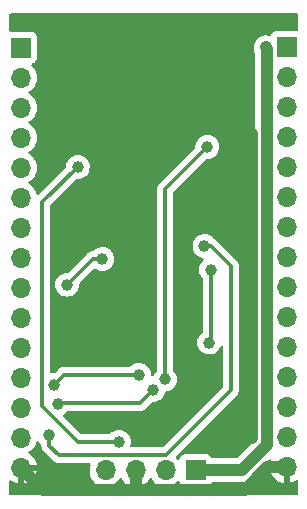
<source format=gbr>
%TF.GenerationSoftware,KiCad,Pcbnew,(6.0.0)*%
%TF.CreationDate,2022-05-02T13:28:23+02:00*%
%TF.ProjectId,STM8_Breakout-board,53544d38-5f42-4726-9561-6b6f75742d62,rev?*%
%TF.SameCoordinates,PX7e5ca20PY62fdcc0*%
%TF.FileFunction,Copper,L2,Bot*%
%TF.FilePolarity,Positive*%
%FSLAX46Y46*%
G04 Gerber Fmt 4.6, Leading zero omitted, Abs format (unit mm)*
G04 Created by KiCad (PCBNEW (6.0.0)) date 2022-05-02 13:28:23*
%MOMM*%
%LPD*%
G01*
G04 APERTURE LIST*
%TA.AperFunction,ComponentPad*%
%ADD10R,1.700000X1.700000*%
%TD*%
%TA.AperFunction,ComponentPad*%
%ADD11O,1.700000X1.700000*%
%TD*%
%TA.AperFunction,ViaPad*%
%ADD12C,1.000000*%
%TD*%
%TA.AperFunction,Conductor*%
%ADD13C,0.300000*%
%TD*%
%TA.AperFunction,Conductor*%
%ADD14C,1.000000*%
%TD*%
G04 APERTURE END LIST*
D10*
%TO.P,J1,1,Pin_1*%
%TO.N,+3V3*%
X24000000Y38420000D03*
D11*
%TO.P,J1,2,Pin_2*%
%TO.N,PC5*%
X24000000Y35880000D03*
%TO.P,J1,3,Pin_3*%
%TO.N,PC4*%
X24000000Y33340000D03*
%TO.P,J1,4,Pin_4*%
%TO.N,PC3*%
X24000000Y30800000D03*
%TO.P,J1,5,Pin_5*%
%TO.N,PC2*%
X24000000Y28260000D03*
%TO.P,J1,6,Pin_6*%
%TO.N,PC1*%
X24000000Y25720000D03*
%TO.P,J1,7,Pin_7*%
%TO.N,PB0*%
X24000000Y23180000D03*
%TO.P,J1,8,Pin_8*%
%TO.N,PB1*%
X24000000Y20640000D03*
%TO.P,J1,9,Pin_9*%
%TO.N,PB2*%
X24000000Y18100000D03*
%TO.P,J1,10,Pin_10*%
%TO.N,PB3*%
X24000000Y15560000D03*
%TO.P,J1,11,Pin_11*%
%TO.N,PB4*%
X24000000Y13020000D03*
%TO.P,J1,12,Pin_12*%
%TO.N,PB5*%
X24000000Y10480000D03*
%TO.P,J1,13,Pin_13*%
%TO.N,PB6*%
X24000000Y7940000D03*
%TO.P,J1,14,Pin_14*%
%TO.N,PB7*%
X24000000Y5400000D03*
%TO.P,J1,15,Pin_15*%
%TO.N,GND*%
X24000000Y2860000D03*
%TD*%
D10*
%TO.P,J2,1,Pin_1*%
%TO.N,+3V3*%
X16300000Y2600000D03*
D11*
%TO.P,J2,2,Pin_2*%
%TO.N,SWIM*%
X13760000Y2600000D03*
%TO.P,J2,3,Pin_3*%
%TO.N,GND*%
X11220000Y2600000D03*
%TO.P,J2,4,Pin_4*%
%TO.N,NRST*%
X8680000Y2600000D03*
%TD*%
D10*
%TO.P,J3,1,Pin_1*%
%TO.N,+5V*%
X1500000Y38400000D03*
D11*
%TO.P,J3,2,Pin_2*%
%TO.N,PC6*%
X1500000Y35860000D03*
%TO.P,J3,3,Pin_3*%
%TO.N,PC7*%
X1500000Y33320000D03*
%TO.P,J3,4,Pin_4*%
%TO.N,PD0*%
X1500000Y30780000D03*
%TO.P,J3,5,Pin_5*%
%TO.N,PD2*%
X1500000Y28240000D03*
%TO.P,J3,6,Pin_6*%
%TO.N,PD3*%
X1500000Y25700000D03*
%TO.P,J3,7,Pin_7*%
%TO.N,PD4*%
X1500000Y23160000D03*
%TO.P,J3,8,Pin_8*%
%TO.N,PD5*%
X1500000Y20620000D03*
%TO.P,J3,9,Pin_9*%
%TO.N,PD6*%
X1500000Y18080000D03*
%TO.P,J3,10,Pin_10*%
%TO.N,PD7*%
X1500000Y15540000D03*
%TO.P,J3,11,Pin_11*%
%TO.N,XTAL_A*%
X1500000Y13000000D03*
%TO.P,J3,12,Pin_12*%
%TO.N,XTAL_B*%
X1500000Y10460000D03*
%TO.P,J3,13,Pin_13*%
%TO.N,PE5*%
X1500000Y7920000D03*
%TO.P,J3,14,Pin_14*%
%TO.N,PF4*%
X1500000Y5380000D03*
%TO.P,J3,15,Pin_15*%
%TO.N,GND*%
X1500000Y2840000D03*
%TD*%
D12*
%TO.N,GND*%
X21050978Y5425978D03*
X10400000Y33900000D03*
X22600000Y40600000D03*
X5337500Y16562500D03*
X11900000Y34000000D03*
X8525000Y16975000D03*
%TO.N,XTAL_A*%
X5425000Y18325000D03*
X8400000Y20500000D03*
%TO.N,XTAL_B*%
X4271494Y9828506D03*
X11500000Y10700000D03*
%TO.N,+3V3*%
X17450000Y13425000D03*
X22220000Y38420000D03*
X17600000Y19600000D03*
%TO.N,SWIM*%
X6325000Y28275000D03*
X9800000Y5000000D03*
%TO.N,PE5*%
X13700000Y10300000D03*
X17300000Y30000000D03*
X4662500Y8262500D03*
X12700000Y9400000D03*
%TO.N,PF4*%
X17050000Y21600000D03*
X3850000Y5600000D03*
%TD*%
D13*
%TO.N,GND*%
X21200000Y39200000D02*
X13000000Y39200000D01*
X5750000Y16975000D02*
X8525000Y16975000D01*
X5337500Y16562500D02*
X5750000Y16975000D01*
D14*
X1500000Y2840000D02*
X3389511Y950489D01*
X3389511Y950489D02*
X11050489Y950489D01*
D13*
X5637000Y16937000D02*
X5300000Y16600000D01*
D14*
X11900000Y34000000D02*
X13000000Y32900000D01*
X24000000Y2860000D02*
X22360000Y2860000D01*
X11050489Y950489D02*
X12869511Y950489D01*
X13000000Y32900000D02*
X19200000Y32900000D01*
X19200000Y32900000D02*
X21050978Y31049022D01*
D13*
X10400000Y36600000D02*
X10400000Y33900000D01*
D14*
X22360000Y2860000D02*
X20450489Y950489D01*
D13*
X22600000Y40600000D02*
X21200000Y39200000D01*
X13000000Y39200000D02*
X10400000Y36600000D01*
D14*
X11220000Y1120000D02*
X11220000Y2600000D01*
X20450489Y950489D02*
X12869511Y950489D01*
X21050978Y31049022D02*
X21050978Y5350978D01*
X11050489Y950489D02*
X11220000Y1120000D01*
D13*
%TO.N,XTAL_A*%
X7600000Y20500000D02*
X5425000Y18325000D01*
X8400000Y20500000D02*
X7600000Y20500000D01*
%TO.N,XTAL_B*%
X11500000Y10700000D02*
X5142987Y10700000D01*
X5142987Y10700000D02*
X4271494Y9828506D01*
D14*
%TO.N,+3V3*%
X22350489Y29949511D02*
X22350489Y38289511D01*
X22350498Y4750498D02*
X22350498Y29949502D01*
X20200000Y2600000D02*
X22350498Y4750498D01*
D13*
X17600000Y13700000D02*
X17450000Y13550000D01*
D14*
X16300000Y2600000D02*
X20200000Y2600000D01*
X22350489Y38289511D02*
X22220000Y38420000D01*
D13*
X17600000Y19600000D02*
X17600000Y13700000D01*
D14*
X22350498Y29949502D02*
X22350489Y29949511D01*
D13*
%TO.N,SWIM*%
X3300000Y25300000D02*
X3300000Y8057202D01*
X6357202Y5000000D02*
X9800000Y5000000D01*
X6300000Y28300000D02*
X3300000Y25300000D01*
X3300000Y8057202D02*
X6357202Y5000000D01*
%TO.N,PE5*%
X11600000Y8300000D02*
X4700000Y8300000D01*
X12700000Y9400000D02*
X11600000Y8300000D01*
X13700000Y26400000D02*
X13700000Y10300000D01*
X17300000Y30000000D02*
X13700000Y26400000D01*
%TO.N,PF4*%
X17050000Y21600000D02*
X17600000Y21600000D01*
X17600000Y21600000D02*
X19300000Y19900000D01*
X3900000Y4700000D02*
X3900000Y5600000D01*
X19300000Y9400000D02*
X16600000Y6700000D01*
X13799511Y3899511D02*
X4700489Y3899511D01*
X19300000Y19900000D02*
X19300000Y9400000D01*
X4700489Y3899511D02*
X3900000Y4700000D01*
X16600000Y6700000D02*
X13799511Y3899511D01*
%TD*%
%TA.AperFunction,Conductor*%
%TO.N,GND*%
G36*
X2973395Y5060983D02*
G01*
X3018727Y5025129D01*
X3121035Y4896047D01*
X3125728Y4892053D01*
X3125729Y4892052D01*
X3195625Y4832566D01*
X3234538Y4773183D01*
X3239900Y4740570D01*
X3241438Y4691631D01*
X3241500Y4687673D01*
X3241500Y4658568D01*
X3242056Y4654168D01*
X3242988Y4642336D01*
X3244438Y4596169D01*
X3250031Y4576920D01*
X3250419Y4575584D01*
X3254430Y4556218D01*
X3257118Y4534936D01*
X3260034Y4527571D01*
X3260035Y4527567D01*
X3274126Y4491979D01*
X3277965Y4480769D01*
X3290855Y4436400D01*
X3301775Y4417935D01*
X3310466Y4400195D01*
X3318365Y4380244D01*
X3345516Y4342874D01*
X3352033Y4332952D01*
X3371507Y4300023D01*
X3371510Y4300019D01*
X3375547Y4293193D01*
X3390711Y4278029D01*
X3403551Y4262996D01*
X3416159Y4245643D01*
X3446883Y4220226D01*
X3451747Y4216202D01*
X3460527Y4208213D01*
X4176834Y3491907D01*
X4184824Y3483126D01*
X4189073Y3476431D01*
X4194851Y3471005D01*
X4194852Y3471004D01*
X4240762Y3427892D01*
X4243604Y3425137D01*
X4264156Y3404585D01*
X4267290Y3402154D01*
X4267652Y3401873D01*
X4276680Y3394163D01*
X4310356Y3362539D01*
X4317307Y3358718D01*
X4317308Y3358717D01*
X4329144Y3352210D01*
X4345673Y3341353D01*
X4356358Y3333064D01*
X4356360Y3333063D01*
X4362620Y3328207D01*
X4405033Y3309854D01*
X4415670Y3304643D01*
X4456152Y3282387D01*
X4463831Y3280415D01*
X4463832Y3280415D01*
X4476923Y3277054D01*
X4495625Y3270652D01*
X4515312Y3262132D01*
X4523141Y3260892D01*
X4560937Y3254906D01*
X4572563Y3252498D01*
X4609624Y3242982D01*
X4609625Y3242982D01*
X4617301Y3241011D01*
X4638747Y3241011D01*
X4658457Y3239460D01*
X4679640Y3236105D01*
X4725624Y3240452D01*
X4737483Y3241011D01*
X7283187Y3241011D01*
X7351308Y3221009D01*
X7397801Y3167353D01*
X7407905Y3097079D01*
X7401885Y3073274D01*
X7400688Y3070695D01*
X7340989Y2855430D01*
X7317251Y2633305D01*
X7317548Y2628152D01*
X7317548Y2628149D01*
X7327951Y2447725D01*
X7330110Y2410285D01*
X7331247Y2405239D01*
X7331248Y2405233D01*
X7347362Y2333733D01*
X7379222Y2192361D01*
X7463266Y1985384D01*
X7465965Y1980980D01*
X7577291Y1799312D01*
X7579987Y1794912D01*
X7726250Y1626062D01*
X7898126Y1483368D01*
X8091000Y1370662D01*
X8299692Y1290970D01*
X8304760Y1289939D01*
X8304763Y1289938D01*
X8399862Y1270590D01*
X8518597Y1246433D01*
X8523772Y1246243D01*
X8523774Y1246243D01*
X8736673Y1238436D01*
X8736677Y1238436D01*
X8741837Y1238247D01*
X8746957Y1238903D01*
X8746959Y1238903D01*
X8958288Y1265975D01*
X8958289Y1265975D01*
X8963416Y1266632D01*
X8968366Y1268117D01*
X9172429Y1329339D01*
X9172434Y1329341D01*
X9177384Y1330826D01*
X9377994Y1429104D01*
X9559860Y1558827D01*
X9570881Y1569809D01*
X9667386Y1665978D01*
X9718096Y1716511D01*
X9735815Y1741169D01*
X9848453Y1897923D01*
X9849640Y1897070D01*
X9896960Y1940638D01*
X9966897Y1952855D01*
X10032338Y1925322D01*
X10060166Y1893489D01*
X10117694Y1799612D01*
X10123777Y1791301D01*
X10263213Y1630333D01*
X10270580Y1623117D01*
X10434434Y1487084D01*
X10442881Y1481169D01*
X10626756Y1373721D01*
X10636042Y1369271D01*
X10835001Y1293297D01*
X10844899Y1290421D01*
X10948250Y1269394D01*
X10962299Y1270590D01*
X10966000Y1280935D01*
X10966000Y2728000D01*
X10986002Y2796121D01*
X11039658Y2842614D01*
X11092000Y2854000D01*
X11348000Y2854000D01*
X11416121Y2833998D01*
X11462614Y2780342D01*
X11474000Y2728000D01*
X11474000Y1281483D01*
X11478064Y1267641D01*
X11491478Y1265607D01*
X11498184Y1266466D01*
X11508262Y1268608D01*
X11712255Y1329809D01*
X11721842Y1333567D01*
X11913095Y1427261D01*
X11921945Y1432536D01*
X12095328Y1556208D01*
X12103200Y1562861D01*
X12254052Y1713188D01*
X12260730Y1721035D01*
X12388022Y1898181D01*
X12389279Y1897278D01*
X12436373Y1940638D01*
X12506311Y1952855D01*
X12571751Y1925322D01*
X12599579Y1893489D01*
X12659987Y1794912D01*
X12806250Y1626062D01*
X12978126Y1483368D01*
X13171000Y1370662D01*
X13379692Y1290970D01*
X13384760Y1289939D01*
X13384763Y1289938D01*
X13479862Y1270590D01*
X13598597Y1246433D01*
X13603772Y1246243D01*
X13603774Y1246243D01*
X13816673Y1238436D01*
X13816677Y1238436D01*
X13821837Y1238247D01*
X13826957Y1238903D01*
X13826959Y1238903D01*
X14038288Y1265975D01*
X14038289Y1265975D01*
X14043416Y1266632D01*
X14048366Y1268117D01*
X14252429Y1329339D01*
X14252434Y1329341D01*
X14257384Y1330826D01*
X14457994Y1429104D01*
X14639860Y1558827D01*
X14748091Y1666681D01*
X14810462Y1700596D01*
X14881268Y1695408D01*
X14938030Y1652762D01*
X14955012Y1621659D01*
X14968127Y1586676D01*
X14999385Y1503295D01*
X15086739Y1386739D01*
X15203295Y1299385D01*
X15339684Y1248255D01*
X15401866Y1241500D01*
X17198134Y1241500D01*
X17260316Y1248255D01*
X17396705Y1299385D01*
X17513261Y1386739D01*
X17600615Y1503295D01*
X17603767Y1511704D01*
X17608077Y1519575D01*
X17609741Y1518664D01*
X17645663Y1566490D01*
X17712224Y1591193D01*
X17721009Y1591500D01*
X20138157Y1591500D01*
X20151764Y1590763D01*
X20183262Y1587341D01*
X20183267Y1587341D01*
X20189388Y1586676D01*
X20215638Y1588973D01*
X20239388Y1591050D01*
X20244214Y1591379D01*
X20246686Y1591500D01*
X20249769Y1591500D01*
X20261738Y1592674D01*
X20292506Y1595690D01*
X20293819Y1595812D01*
X20338084Y1599685D01*
X20386413Y1603913D01*
X20391532Y1605400D01*
X20396833Y1605920D01*
X20485834Y1632791D01*
X20486967Y1633126D01*
X20570414Y1657370D01*
X20570418Y1657372D01*
X20576336Y1659091D01*
X20581068Y1661544D01*
X20586169Y1663084D01*
X20603946Y1672536D01*
X20668260Y1706731D01*
X20669426Y1707343D01*
X20746453Y1747271D01*
X20751926Y1750108D01*
X20756089Y1753431D01*
X20760796Y1755934D01*
X20832918Y1814755D01*
X20833774Y1815446D01*
X20872973Y1846738D01*
X20875477Y1849242D01*
X20876195Y1849884D01*
X20880528Y1853585D01*
X20914062Y1880935D01*
X20943288Y1916263D01*
X20951277Y1925042D01*
X21618269Y2592034D01*
X22668257Y2592034D01*
X22698565Y2457554D01*
X22701645Y2447725D01*
X22781770Y2250397D01*
X22786413Y2241206D01*
X22897694Y2059612D01*
X22903777Y2051301D01*
X23043213Y1890333D01*
X23050580Y1883117D01*
X23214434Y1747084D01*
X23222881Y1741169D01*
X23406756Y1633721D01*
X23416042Y1629271D01*
X23615001Y1553297D01*
X23624899Y1550421D01*
X23728250Y1529394D01*
X23742299Y1530590D01*
X23746000Y1540935D01*
X23746000Y2587885D01*
X23741525Y2603124D01*
X23740135Y2604329D01*
X23732452Y2606000D01*
X22683225Y2606000D01*
X22669694Y2602027D01*
X22668257Y2592034D01*
X21618269Y2592034D01*
X22534127Y3507892D01*
X22596439Y3541918D01*
X22667254Y3536853D01*
X22724090Y3494306D01*
X22748901Y3427786D01*
X22737509Y3365746D01*
X22723340Y3335223D01*
X22719775Y3325530D01*
X22664389Y3125817D01*
X22665912Y3117393D01*
X22678292Y3114000D01*
X24128000Y3114000D01*
X24196121Y3093998D01*
X24242614Y3040342D01*
X24254000Y2988000D01*
X24254000Y1541483D01*
X24258064Y1527641D01*
X24271478Y1525607D01*
X24278184Y1526466D01*
X24288262Y1528608D01*
X24492255Y1589809D01*
X24501842Y1593567D01*
X24693095Y1687261D01*
X24701945Y1692536D01*
X24792832Y1757365D01*
X24859905Y1780639D01*
X24928914Y1763955D01*
X24977948Y1712611D01*
X24992000Y1654786D01*
X24992000Y634000D01*
X24971998Y565879D01*
X24918342Y519386D01*
X24866000Y508000D01*
X634000Y508000D01*
X565879Y528002D01*
X519386Y581658D01*
X508000Y634000D01*
X508000Y1630097D01*
X528002Y1698218D01*
X581658Y1744711D01*
X651932Y1754815D01*
X709610Y1729205D01*
X710200Y1730048D01*
X722881Y1721169D01*
X906756Y1613721D01*
X916042Y1609271D01*
X1115001Y1533297D01*
X1124899Y1530421D01*
X1228250Y1509394D01*
X1242299Y1510590D01*
X1246000Y1520935D01*
X1246000Y1521483D01*
X1754000Y1521483D01*
X1758064Y1507641D01*
X1771478Y1505607D01*
X1778184Y1506466D01*
X1788262Y1508608D01*
X1992255Y1569809D01*
X2001842Y1573567D01*
X2193095Y1667261D01*
X2201945Y1672536D01*
X2375328Y1796208D01*
X2383200Y1802861D01*
X2534052Y1953188D01*
X2540730Y1961035D01*
X2665003Y2133980D01*
X2670313Y2142817D01*
X2764670Y2333733D01*
X2768469Y2343328D01*
X2830377Y2547090D01*
X2832555Y2557163D01*
X2833986Y2568038D01*
X2831775Y2582222D01*
X2818617Y2586000D01*
X1772115Y2586000D01*
X1756876Y2581525D01*
X1755671Y2580135D01*
X1754000Y2572452D01*
X1754000Y1521483D01*
X1246000Y1521483D01*
X1246000Y2968000D01*
X1266002Y3036121D01*
X1319658Y3082614D01*
X1372000Y3094000D01*
X2818344Y3094000D01*
X2831875Y3097973D01*
X2833180Y3107053D01*
X2791214Y3274125D01*
X2787894Y3283876D01*
X2702972Y3479186D01*
X2698105Y3488261D01*
X2582426Y3667074D01*
X2576136Y3675243D01*
X2432806Y3832760D01*
X2425273Y3839785D01*
X2258139Y3971778D01*
X2249556Y3977480D01*
X2212602Y3997880D01*
X2162631Y4048313D01*
X2147859Y4117755D01*
X2172975Y4184161D01*
X2200327Y4210768D01*
X2258212Y4252057D01*
X2379860Y4338827D01*
X2538096Y4496511D01*
X2668453Y4677923D01*
X2680325Y4701943D01*
X2765136Y4873547D01*
X2765137Y4873549D01*
X2767430Y4878189D01*
X2796913Y4975229D01*
X2799424Y4983493D01*
X2838365Y5042857D01*
X2903219Y5071744D01*
X2973395Y5060983D01*
G37*
%TD.AperFunction*%
%TA.AperFunction,Conductor*%
G36*
X24934121Y41271998D02*
G01*
X24980614Y41218342D01*
X24992000Y41166000D01*
X24992000Y39904500D01*
X24971998Y39836379D01*
X24918342Y39789886D01*
X24866000Y39778500D01*
X23101866Y39778500D01*
X23039684Y39771745D01*
X22903295Y39720615D01*
X22786739Y39633261D01*
X22699385Y39516705D01*
X22696233Y39508296D01*
X22696232Y39508295D01*
X22677508Y39458349D01*
X22634867Y39401584D01*
X22568305Y39376884D01*
X22522680Y39382087D01*
X22516970Y39383832D01*
X22516584Y39383951D01*
X22429386Y39410943D01*
X22423768Y39412682D01*
X22422000Y39412868D01*
X22420302Y39413387D01*
X22323804Y39423189D01*
X22323540Y39423216D01*
X22227075Y39433355D01*
X22225308Y39433194D01*
X22223538Y39433374D01*
X22217656Y39432818D01*
X22217655Y39432818D01*
X22126822Y39424232D01*
X22126385Y39424192D01*
X22081269Y39420086D01*
X22030112Y39415430D01*
X22028407Y39414928D01*
X22026638Y39414761D01*
X22020989Y39413077D01*
X22020984Y39413076D01*
X21933728Y39387064D01*
X21933307Y39386939D01*
X21840381Y39359590D01*
X21838805Y39358766D01*
X21837104Y39358259D01*
X21831894Y39355512D01*
X21797711Y39337489D01*
X21751252Y39312994D01*
X21665110Y39267960D01*
X21663725Y39266846D01*
X21662154Y39266018D01*
X21657572Y39262308D01*
X21657568Y39262305D01*
X21586918Y39205093D01*
X21586576Y39204817D01*
X21515591Y39147744D01*
X21515588Y39147741D01*
X21510975Y39144032D01*
X21509832Y39142669D01*
X21508453Y39141553D01*
X21504663Y39137004D01*
X21446525Y39067225D01*
X21446243Y39066888D01*
X21383846Y38992526D01*
X21382988Y38990965D01*
X21381854Y38989604D01*
X21379037Y38984437D01*
X21379034Y38984433D01*
X21335442Y38904481D01*
X21335375Y38904358D01*
X21288567Y38819213D01*
X21288031Y38817524D01*
X21287178Y38815959D01*
X21258074Y38723086D01*
X21228765Y38630694D01*
X21228567Y38628930D01*
X21228035Y38627232D01*
X21217541Y38530627D01*
X21206719Y38434149D01*
X21206868Y38432377D01*
X21206676Y38430612D01*
X21215134Y38333929D01*
X21223268Y38237066D01*
X21223758Y38235356D01*
X21223913Y38233587D01*
X21250996Y38140366D01*
X21277783Y38046950D01*
X21278596Y38045368D01*
X21279091Y38043664D01*
X21281799Y38038440D01*
X21323724Y37957558D01*
X21323925Y37957168D01*
X21328055Y37949132D01*
X21341989Y37891537D01*
X21341989Y30011354D01*
X21341252Y29997747D01*
X21338043Y29968201D01*
X21337165Y29960123D01*
X21337702Y29953988D01*
X21341519Y29910355D01*
X21341998Y29899374D01*
X21341998Y5220422D01*
X21321996Y5152301D01*
X21305093Y5131327D01*
X19819171Y3645405D01*
X19756859Y3611379D01*
X19730076Y3608500D01*
X17721009Y3608500D01*
X17652888Y3628502D01*
X17606395Y3682158D01*
X17604097Y3687694D01*
X17603767Y3688297D01*
X17600615Y3696705D01*
X17513261Y3813261D01*
X17396705Y3900615D01*
X17260316Y3951745D01*
X17198134Y3958500D01*
X15401866Y3958500D01*
X15339684Y3951745D01*
X15203295Y3900615D01*
X15086739Y3813261D01*
X14999385Y3696705D01*
X14996233Y3688297D01*
X14954919Y3578093D01*
X14912277Y3521329D01*
X14845716Y3496629D01*
X14776367Y3511837D01*
X14743743Y3537524D01*
X14693151Y3593124D01*
X14693148Y3593127D01*
X14689670Y3596949D01*
X14654758Y3624521D01*
X14613696Y3682439D01*
X14610466Y3753362D01*
X14643757Y3812497D01*
X19707605Y8876345D01*
X19716385Y8884335D01*
X19716387Y8884337D01*
X19723080Y8888584D01*
X19749717Y8916949D01*
X19771604Y8940257D01*
X19774359Y8943099D01*
X19794927Y8963667D01*
X19797647Y8967174D01*
X19805353Y8976196D01*
X19805697Y8976562D01*
X19836972Y9009867D01*
X19840794Y9016819D01*
X19847303Y9028658D01*
X19858157Y9045182D01*
X19866445Y9055868D01*
X19871304Y9062132D01*
X19874877Y9070388D01*
X19889654Y9104535D01*
X19894876Y9115195D01*
X19913305Y9148716D01*
X19913306Y9148718D01*
X19917124Y9155663D01*
X19922459Y9176441D01*
X19928858Y9195131D01*
X19937380Y9214824D01*
X19944606Y9260448D01*
X19947013Y9272071D01*
X19956528Y9309132D01*
X19958500Y9316812D01*
X19958500Y9338259D01*
X19960051Y9357969D01*
X19962166Y9371323D01*
X19963406Y9379152D01*
X19959059Y9425141D01*
X19958500Y9436996D01*
X19958500Y19817944D01*
X19959059Y19829800D01*
X19959059Y19829803D01*
X19960788Y19837537D01*
X19958562Y19908369D01*
X19958500Y19912327D01*
X19958500Y19941432D01*
X19957944Y19945832D01*
X19957012Y19957670D01*
X19955811Y19995906D01*
X19955562Y20003831D01*
X19949580Y20024421D01*
X19945570Y20043784D01*
X19943875Y20057204D01*
X19943875Y20057205D01*
X19942882Y20065064D01*
X19939966Y20072429D01*
X19939965Y20072433D01*
X19925874Y20108021D01*
X19922035Y20119231D01*
X19909145Y20163600D01*
X19898225Y20182065D01*
X19889534Y20199805D01*
X19881635Y20219756D01*
X19854482Y20257129D01*
X19847967Y20267048D01*
X19828493Y20299977D01*
X19828490Y20299981D01*
X19824453Y20306807D01*
X19809289Y20321971D01*
X19796448Y20337005D01*
X19788501Y20347943D01*
X19783841Y20354357D01*
X19748247Y20383803D01*
X19739468Y20391792D01*
X18123655Y22007605D01*
X18115665Y22016385D01*
X18115663Y22016387D01*
X18111416Y22023080D01*
X18089812Y22043368D01*
X18059743Y22071604D01*
X18056901Y22074359D01*
X18036333Y22094927D01*
X18032826Y22097647D01*
X18023804Y22105353D01*
X18012648Y22115829D01*
X17990133Y22136972D01*
X17983181Y22140794D01*
X17971342Y22147303D01*
X17954818Y22158157D01*
X17944132Y22166445D01*
X17937868Y22171304D01*
X17924121Y22177253D01*
X17895472Y22189650D01*
X17884807Y22194875D01*
X17872666Y22201550D01*
X17835727Y22232327D01*
X17772960Y22309286D01*
X17769065Y22314062D01*
X17762724Y22319308D01*
X17621425Y22436201D01*
X17621421Y22436203D01*
X17616675Y22440130D01*
X17442701Y22534198D01*
X17253768Y22592682D01*
X17247643Y22593326D01*
X17247642Y22593326D01*
X17063204Y22612711D01*
X17063202Y22612711D01*
X17057075Y22613355D01*
X16974576Y22605847D01*
X16866251Y22595989D01*
X16866248Y22595988D01*
X16860112Y22595430D01*
X16854206Y22593692D01*
X16854202Y22593691D01*
X16749076Y22562751D01*
X16670381Y22539590D01*
X16664923Y22536737D01*
X16664919Y22536735D01*
X16574147Y22489280D01*
X16495110Y22447960D01*
X16340975Y22324032D01*
X16213846Y22172526D01*
X16210879Y22167128D01*
X16210875Y22167123D01*
X16159772Y22074165D01*
X16118567Y21999213D01*
X16116706Y21993346D01*
X16116705Y21993344D01*
X16063695Y21826235D01*
X16058765Y21810694D01*
X16036719Y21614149D01*
X16037235Y21608005D01*
X16051377Y21439590D01*
X16053268Y21417066D01*
X16107783Y21226950D01*
X16112387Y21217991D01*
X16190721Y21065572D01*
X16198187Y21051044D01*
X16321035Y20896047D01*
X16471650Y20767864D01*
X16644294Y20671376D01*
X16832392Y20610260D01*
X16895794Y20602700D01*
X16961066Y20574773D01*
X17000879Y20515990D01*
X17002591Y20445014D01*
X16965659Y20384379D01*
X16959826Y20379390D01*
X16890975Y20324032D01*
X16763846Y20172526D01*
X16760879Y20167128D01*
X16760875Y20167123D01*
X16693070Y20043784D01*
X16668567Y19999213D01*
X16666706Y19993346D01*
X16666705Y19993344D01*
X16619793Y19845459D01*
X16608765Y19810694D01*
X16586719Y19614149D01*
X16587235Y19608005D01*
X16601832Y19434172D01*
X16603268Y19417066D01*
X16622262Y19350826D01*
X16655907Y19233493D01*
X16657783Y19226950D01*
X16660602Y19221465D01*
X16734874Y19076949D01*
X16748187Y19051044D01*
X16871035Y18896047D01*
X16875729Y18892053D01*
X16875730Y18892051D01*
X16897164Y18873809D01*
X16936076Y18814426D01*
X16941500Y18777856D01*
X16941500Y14370627D01*
X16921498Y14302506D01*
X16894452Y14272431D01*
X16877875Y14259103D01*
X16740975Y14149032D01*
X16613846Y13997526D01*
X16610879Y13992128D01*
X16610875Y13992123D01*
X16575823Y13928362D01*
X16518567Y13824213D01*
X16516706Y13818346D01*
X16516705Y13818344D01*
X16514429Y13811169D01*
X16458765Y13635694D01*
X16436719Y13439149D01*
X16453268Y13242066D01*
X16454967Y13236142D01*
X16494578Y13098002D01*
X16507783Y13051950D01*
X16598187Y12876044D01*
X16721035Y12721047D01*
X16871650Y12592864D01*
X17044294Y12496376D01*
X17232392Y12435260D01*
X17428777Y12411842D01*
X17434912Y12412314D01*
X17434914Y12412314D01*
X17619830Y12426543D01*
X17619834Y12426544D01*
X17625972Y12427016D01*
X17816463Y12480202D01*
X17821967Y12482982D01*
X17821969Y12482983D01*
X17987495Y12566596D01*
X17987497Y12566597D01*
X17992996Y12569375D01*
X18148847Y12691139D01*
X18278078Y12840855D01*
X18375769Y13012821D01*
X18386961Y13046465D01*
X18395942Y13073463D01*
X18436423Y13131787D01*
X18502012Y13158967D01*
X18571882Y13146372D01*
X18623852Y13098002D01*
X18641500Y13033691D01*
X18641500Y9724950D01*
X18621498Y9656829D01*
X18604595Y9635855D01*
X13563656Y4594916D01*
X13501344Y4560890D01*
X13474561Y4558011D01*
X10890555Y4558011D01*
X10822434Y4578013D01*
X10775941Y4631669D01*
X10765837Y4701943D01*
X10770995Y4723776D01*
X10788197Y4775487D01*
X10812985Y4971705D01*
X10813380Y5000000D01*
X10794080Y5196833D01*
X10736916Y5386169D01*
X10644066Y5560796D01*
X10548067Y5678502D01*
X10522960Y5709287D01*
X10522957Y5709290D01*
X10519065Y5714062D01*
X10514316Y5717991D01*
X10371425Y5836201D01*
X10371421Y5836203D01*
X10366675Y5840130D01*
X10192701Y5934198D01*
X10003768Y5992682D01*
X9997643Y5993326D01*
X9997642Y5993326D01*
X9813204Y6012711D01*
X9813202Y6012711D01*
X9807075Y6013355D01*
X9724576Y6005847D01*
X9616251Y5995989D01*
X9616248Y5995988D01*
X9610112Y5995430D01*
X9604206Y5993692D01*
X9604202Y5993691D01*
X9504567Y5964367D01*
X9420381Y5939590D01*
X9414923Y5936737D01*
X9414919Y5936735D01*
X9324147Y5889280D01*
X9245110Y5847960D01*
X9090975Y5724032D01*
X9087013Y5719310D01*
X9073753Y5703508D01*
X9014643Y5664182D01*
X8977232Y5658500D01*
X6682152Y5658500D01*
X6614031Y5678502D01*
X6593057Y5695405D01*
X5113374Y7175088D01*
X5079348Y7237400D01*
X5084413Y7308215D01*
X5126960Y7365051D01*
X5145656Y7376648D01*
X5205496Y7406875D01*
X5361347Y7528639D01*
X5421072Y7597831D01*
X5480725Y7636328D01*
X5516453Y7641500D01*
X11517944Y7641500D01*
X11529800Y7640941D01*
X11529803Y7640941D01*
X11537537Y7639212D01*
X11608369Y7641438D01*
X11612327Y7641500D01*
X11641432Y7641500D01*
X11645832Y7642056D01*
X11657664Y7642988D01*
X11703831Y7644438D01*
X11724421Y7650420D01*
X11743782Y7654430D01*
X11750770Y7655312D01*
X11757204Y7656125D01*
X11757205Y7656125D01*
X11765064Y7657118D01*
X11772429Y7660034D01*
X11772433Y7660035D01*
X11808021Y7674126D01*
X11819231Y7677965D01*
X11863600Y7690855D01*
X11882065Y7701775D01*
X11899805Y7710466D01*
X11919756Y7718365D01*
X11957129Y7745518D01*
X11967048Y7752033D01*
X11999977Y7771507D01*
X11999981Y7771510D01*
X12006807Y7775547D01*
X12021971Y7790711D01*
X12037005Y7803552D01*
X12047943Y7811499D01*
X12054357Y7816159D01*
X12083803Y7851753D01*
X12091792Y7860532D01*
X12581933Y8350673D01*
X12644245Y8384699D01*
X12673211Y8387506D01*
X12678777Y8386842D01*
X12684912Y8387314D01*
X12684915Y8387314D01*
X12869830Y8401543D01*
X12869834Y8401544D01*
X12875972Y8402016D01*
X13066463Y8455202D01*
X13071967Y8457982D01*
X13071969Y8457983D01*
X13237495Y8541596D01*
X13237497Y8541597D01*
X13242996Y8544375D01*
X13398847Y8666139D01*
X13528078Y8815855D01*
X13625769Y8987821D01*
X13688197Y9175487D01*
X13689615Y9186714D01*
X13717995Y9251788D01*
X13777053Y9291191D01*
X13804954Y9296551D01*
X13869829Y9301543D01*
X13869832Y9301544D01*
X13875972Y9302016D01*
X14066463Y9355202D01*
X14071967Y9357982D01*
X14071969Y9357983D01*
X14237495Y9441596D01*
X14237497Y9441597D01*
X14242996Y9444375D01*
X14398847Y9566139D01*
X14516133Y9702016D01*
X14524049Y9711187D01*
X14524050Y9711189D01*
X14528078Y9715855D01*
X14625769Y9887821D01*
X14688197Y10075487D01*
X14712985Y10271705D01*
X14713380Y10300000D01*
X14694080Y10496833D01*
X14636916Y10686169D01*
X14544066Y10860796D01*
X14470726Y10950720D01*
X14422960Y11009287D01*
X14422957Y11009290D01*
X14419065Y11014062D01*
X14409724Y11021790D01*
X14404183Y11026374D01*
X14364446Y11085208D01*
X14358500Y11123457D01*
X14358500Y26075050D01*
X14378502Y26143171D01*
X14395405Y26164145D01*
X17181933Y28950673D01*
X17244245Y28984699D01*
X17273211Y28987506D01*
X17278777Y28986842D01*
X17284912Y28987314D01*
X17284915Y28987314D01*
X17469830Y29001543D01*
X17469834Y29001544D01*
X17475972Y29002016D01*
X17666463Y29055202D01*
X17671967Y29057982D01*
X17671969Y29057983D01*
X17837495Y29141596D01*
X17837497Y29141597D01*
X17842996Y29144375D01*
X17998847Y29266139D01*
X18108776Y29393493D01*
X18124049Y29411187D01*
X18124050Y29411189D01*
X18128078Y29415855D01*
X18225769Y29587821D01*
X18288197Y29775487D01*
X18312985Y29971705D01*
X18313380Y30000000D01*
X18294080Y30196833D01*
X18236916Y30386169D01*
X18144066Y30560796D01*
X18073709Y30647062D01*
X18022960Y30709287D01*
X18022957Y30709290D01*
X18019065Y30714062D01*
X18012724Y30719308D01*
X17871425Y30836201D01*
X17871421Y30836203D01*
X17866675Y30840130D01*
X17692701Y30934198D01*
X17503768Y30992682D01*
X17497643Y30993326D01*
X17497642Y30993326D01*
X17313204Y31012711D01*
X17313202Y31012711D01*
X17307075Y31013355D01*
X17224576Y31005847D01*
X17116251Y30995989D01*
X17116248Y30995988D01*
X17110112Y30995430D01*
X17104206Y30993692D01*
X17104202Y30993691D01*
X16999076Y30962751D01*
X16920381Y30939590D01*
X16914923Y30936737D01*
X16914919Y30936735D01*
X16824147Y30889280D01*
X16745110Y30847960D01*
X16590975Y30724032D01*
X16463846Y30572526D01*
X16460879Y30567128D01*
X16460875Y30567123D01*
X16416815Y30486977D01*
X16368567Y30399213D01*
X16366706Y30393346D01*
X16366705Y30393344D01*
X16331747Y30283143D01*
X16308765Y30210694D01*
X16286719Y30014149D01*
X16287235Y30008005D01*
X16289275Y29983710D01*
X16275043Y29914155D01*
X16252812Y29884072D01*
X13292395Y26923655D01*
X13283615Y26915665D01*
X13283613Y26915663D01*
X13276920Y26911416D01*
X13271494Y26905638D01*
X13271493Y26905637D01*
X13228396Y26859743D01*
X13225641Y26856901D01*
X13205073Y26836333D01*
X13202356Y26832830D01*
X13194648Y26823805D01*
X13163028Y26790133D01*
X13159207Y26783182D01*
X13159206Y26783181D01*
X13152697Y26771342D01*
X13141843Y26754818D01*
X13134018Y26744729D01*
X13128696Y26737868D01*
X13125549Y26730596D01*
X13125548Y26730594D01*
X13110346Y26695465D01*
X13105124Y26684805D01*
X13082876Y26644337D01*
X13077541Y26623559D01*
X13071142Y26604869D01*
X13062620Y26585176D01*
X13061380Y26577345D01*
X13055394Y26539552D01*
X13052987Y26527929D01*
X13041500Y26483188D01*
X13041500Y26461741D01*
X13039949Y26442031D01*
X13036594Y26420848D01*
X13037340Y26412957D01*
X13040941Y26374862D01*
X13041500Y26363004D01*
X13041500Y11125025D01*
X13021498Y11056904D01*
X12999719Y11032683D01*
X13000184Y11032208D01*
X12995782Y11027897D01*
X12990975Y11024032D01*
X12863846Y10872526D01*
X12860879Y10867128D01*
X12860875Y10867123D01*
X12817215Y10787704D01*
X12768567Y10699213D01*
X12766706Y10693346D01*
X12759085Y10669322D01*
X12719421Y10610439D01*
X12654218Y10582346D01*
X12584179Y10593965D01*
X12531539Y10641605D01*
X12513738Y10700035D01*
X12513380Y10700000D01*
X12513205Y10701786D01*
X12513205Y10701787D01*
X12494080Y10896833D01*
X12436916Y11086169D01*
X12344066Y11260796D01*
X12266777Y11355562D01*
X12222960Y11409287D01*
X12222957Y11409290D01*
X12219065Y11414062D01*
X12214316Y11417991D01*
X12071425Y11536201D01*
X12071421Y11536203D01*
X12066675Y11540130D01*
X11892701Y11634198D01*
X11703768Y11692682D01*
X11697643Y11693326D01*
X11697642Y11693326D01*
X11513204Y11712711D01*
X11513202Y11712711D01*
X11507075Y11713355D01*
X11424576Y11705847D01*
X11316251Y11695989D01*
X11316248Y11695988D01*
X11310112Y11695430D01*
X11304206Y11693692D01*
X11304202Y11693691D01*
X11250702Y11677945D01*
X11120381Y11639590D01*
X11114923Y11636737D01*
X11114919Y11636735D01*
X11070462Y11613493D01*
X10945110Y11547960D01*
X10790975Y11424032D01*
X10787013Y11419310D01*
X10773753Y11403508D01*
X10714643Y11364182D01*
X10677232Y11358500D01*
X5225046Y11358500D01*
X5213190Y11359059D01*
X5205450Y11360789D01*
X5197524Y11360540D01*
X5197523Y11360540D01*
X5134598Y11358562D01*
X5130640Y11358500D01*
X5101555Y11358500D01*
X5097624Y11358003D01*
X5097617Y11358003D01*
X5097166Y11357946D01*
X5085330Y11357014D01*
X5039156Y11355562D01*
X5018566Y11349580D01*
X4999205Y11345570D01*
X4992217Y11344688D01*
X4985783Y11343875D01*
X4985782Y11343875D01*
X4977923Y11342882D01*
X4970558Y11339966D01*
X4970554Y11339965D01*
X4934969Y11325876D01*
X4923739Y11322031D01*
X4879386Y11309145D01*
X4872562Y11305109D01*
X4860930Y11298230D01*
X4843174Y11289531D01*
X4823231Y11281635D01*
X4801122Y11265572D01*
X4785855Y11254480D01*
X4775936Y11247965D01*
X4743010Y11228492D01*
X4743006Y11228489D01*
X4736180Y11224452D01*
X4721023Y11209295D01*
X4705990Y11196454D01*
X4688630Y11183841D01*
X4683578Y11177734D01*
X4659180Y11148242D01*
X4651190Y11139462D01*
X4388951Y10877223D01*
X4326639Y10843197D01*
X4290864Y10841237D01*
X4290864Y10841174D01*
X4289845Y10841181D01*
X4286686Y10841008D01*
X4284699Y10841217D01*
X4284696Y10841217D01*
X4278569Y10841861D01*
X4231426Y10837571D01*
X4095919Y10825239D01*
X4026266Y10838984D01*
X3975102Y10888206D01*
X3958500Y10950720D01*
X3958500Y18339149D01*
X4411719Y18339149D01*
X4428268Y18142066D01*
X4482783Y17951950D01*
X4573187Y17776044D01*
X4696035Y17621047D01*
X4846650Y17492864D01*
X5019294Y17396376D01*
X5207392Y17335260D01*
X5403777Y17311842D01*
X5409912Y17312314D01*
X5409914Y17312314D01*
X5594830Y17326543D01*
X5594834Y17326544D01*
X5600972Y17327016D01*
X5791463Y17380202D01*
X5796967Y17382982D01*
X5796969Y17382983D01*
X5962495Y17466596D01*
X5962497Y17466597D01*
X5967996Y17469375D01*
X6123847Y17591139D01*
X6253078Y17740855D01*
X6350769Y17912821D01*
X6413197Y18100487D01*
X6437985Y18296705D01*
X6438380Y18325000D01*
X6436859Y18340512D01*
X6450118Y18410260D01*
X6473163Y18441903D01*
X7059709Y19028449D01*
X7675668Y19644409D01*
X7737980Y19678434D01*
X7808795Y19673370D01*
X7826235Y19665302D01*
X7994294Y19571376D01*
X8182392Y19510260D01*
X8378777Y19486842D01*
X8384912Y19487314D01*
X8384914Y19487314D01*
X8569830Y19501543D01*
X8569834Y19501544D01*
X8575972Y19502016D01*
X8766463Y19555202D01*
X8771967Y19557982D01*
X8771969Y19557983D01*
X8937495Y19641596D01*
X8937497Y19641597D01*
X8942996Y19644375D01*
X9098847Y19766139D01*
X9197486Y19880414D01*
X9224049Y19911187D01*
X9224050Y19911189D01*
X9228078Y19915855D01*
X9325769Y20087821D01*
X9388197Y20275487D01*
X9412985Y20471705D01*
X9413380Y20500000D01*
X9394080Y20696833D01*
X9336916Y20886169D01*
X9244066Y21060796D01*
X9166777Y21155562D01*
X9122960Y21209287D01*
X9122957Y21209290D01*
X9119065Y21214062D01*
X9114316Y21217991D01*
X8971425Y21336201D01*
X8971421Y21336203D01*
X8966675Y21340130D01*
X8792701Y21434198D01*
X8603768Y21492682D01*
X8597643Y21493326D01*
X8597642Y21493326D01*
X8413204Y21512711D01*
X8413202Y21512711D01*
X8407075Y21513355D01*
X8324576Y21505847D01*
X8216251Y21495989D01*
X8216248Y21495988D01*
X8210112Y21495430D01*
X8204206Y21493692D01*
X8204202Y21493691D01*
X8099076Y21462751D01*
X8020381Y21439590D01*
X8014923Y21436737D01*
X8014919Y21436735D01*
X7965965Y21411142D01*
X7845110Y21347960D01*
X7690975Y21224032D01*
X7687013Y21219310D01*
X7673753Y21203508D01*
X7614643Y21164182D01*
X7577232Y21158500D01*
X7558568Y21158500D01*
X7554168Y21157944D01*
X7542336Y21157012D01*
X7496169Y21155562D01*
X7475579Y21149580D01*
X7456218Y21145570D01*
X7449230Y21144688D01*
X7442796Y21143875D01*
X7442795Y21143875D01*
X7434936Y21142882D01*
X7427571Y21139966D01*
X7427567Y21139965D01*
X7391982Y21125876D01*
X7380752Y21122031D01*
X7336399Y21109145D01*
X7329575Y21105109D01*
X7317943Y21098230D01*
X7300187Y21089531D01*
X7280244Y21081635D01*
X7258135Y21065572D01*
X7242868Y21054480D01*
X7232949Y21047965D01*
X7200023Y21028492D01*
X7200019Y21028489D01*
X7193193Y21024452D01*
X7178032Y21009291D01*
X7163000Y20996452D01*
X7145643Y20983841D01*
X7116193Y20948242D01*
X7108203Y20939462D01*
X5542457Y19373717D01*
X5480145Y19339691D01*
X5444370Y19337731D01*
X5444370Y19337668D01*
X5443351Y19337675D01*
X5440192Y19337502D01*
X5438205Y19337711D01*
X5438202Y19337711D01*
X5432075Y19338355D01*
X5349576Y19330847D01*
X5241251Y19320989D01*
X5241248Y19320988D01*
X5235112Y19320430D01*
X5229206Y19318692D01*
X5229202Y19318691D01*
X5192157Y19307788D01*
X5045381Y19264590D01*
X5039923Y19261737D01*
X5039919Y19261735D01*
X4970976Y19225692D01*
X4870110Y19172960D01*
X4715975Y19049032D01*
X4588846Y18897526D01*
X4585879Y18892128D01*
X4585875Y18892123D01*
X4507095Y18748820D01*
X4493567Y18724213D01*
X4433765Y18535694D01*
X4411719Y18339149D01*
X3958500Y18339149D01*
X3958500Y24975050D01*
X3978502Y25043171D01*
X3995405Y25064145D01*
X6161630Y27230370D01*
X6223942Y27264396D01*
X6265644Y27266389D01*
X6303777Y27261842D01*
X6309912Y27262314D01*
X6309914Y27262314D01*
X6494830Y27276543D01*
X6494834Y27276544D01*
X6500972Y27277016D01*
X6691463Y27330202D01*
X6696967Y27332982D01*
X6696969Y27332983D01*
X6862495Y27416596D01*
X6862497Y27416597D01*
X6867996Y27419375D01*
X7023847Y27541139D01*
X7153078Y27690855D01*
X7250769Y27862821D01*
X7313197Y28050487D01*
X7337985Y28246705D01*
X7338380Y28275000D01*
X7319080Y28471833D01*
X7261916Y28661169D01*
X7169066Y28835796D01*
X7098709Y28922062D01*
X7047960Y28984287D01*
X7047957Y28984290D01*
X7044065Y28989062D01*
X7037724Y28994308D01*
X6896425Y29111201D01*
X6896421Y29111203D01*
X6891675Y29115130D01*
X6717701Y29209198D01*
X6528768Y29267682D01*
X6522643Y29268326D01*
X6522642Y29268326D01*
X6338204Y29287711D01*
X6338202Y29287711D01*
X6332075Y29288355D01*
X6249576Y29280847D01*
X6141251Y29270989D01*
X6141248Y29270988D01*
X6135112Y29270430D01*
X6129206Y29268692D01*
X6129202Y29268691D01*
X6024076Y29237751D01*
X5945381Y29214590D01*
X5939923Y29211737D01*
X5939919Y29211735D01*
X5849147Y29164280D01*
X5770110Y29122960D01*
X5615975Y28999032D01*
X5488846Y28847526D01*
X5485879Y28842128D01*
X5485875Y28842123D01*
X5482397Y28835796D01*
X5393567Y28674213D01*
X5391706Y28668346D01*
X5391705Y28668344D01*
X5335627Y28491564D01*
X5333765Y28485694D01*
X5311719Y28289149D01*
X5310889Y28289242D01*
X5291443Y28226265D01*
X5275497Y28206757D01*
X3031424Y25962684D01*
X2969112Y25928658D01*
X2898297Y25933723D01*
X2841461Y25976270D01*
X2820125Y26021083D01*
X2805939Y26077559D01*
X2790431Y26139298D01*
X2701354Y26344160D01*
X2651742Y26420848D01*
X2582822Y26527383D01*
X2582820Y26527386D01*
X2580014Y26531723D01*
X2429670Y26696949D01*
X2425619Y26700148D01*
X2425615Y26700152D01*
X2258414Y26832200D01*
X2258410Y26832202D01*
X2254359Y26835402D01*
X2213053Y26858204D01*
X2163084Y26908636D01*
X2148312Y26978079D01*
X2173428Y27044484D01*
X2200780Y27071091D01*
X2258128Y27111997D01*
X2379860Y27198827D01*
X2411514Y27230370D01*
X2512070Y27330576D01*
X2538096Y27356511D01*
X2668453Y27537923D01*
X2767430Y27738189D01*
X2832370Y27951931D01*
X2861529Y28173410D01*
X2862344Y28206757D01*
X2863074Y28236635D01*
X2863074Y28236639D01*
X2863156Y28240000D01*
X2844852Y28462639D01*
X2790431Y28679298D01*
X2701354Y28884160D01*
X2627040Y28999032D01*
X2582822Y29067383D01*
X2582820Y29067386D01*
X2580014Y29071723D01*
X2429670Y29236949D01*
X2425619Y29240148D01*
X2425615Y29240152D01*
X2258414Y29372200D01*
X2258410Y29372202D01*
X2254359Y29375402D01*
X2213053Y29398204D01*
X2163084Y29448636D01*
X2148312Y29518079D01*
X2173428Y29584484D01*
X2200780Y29611091D01*
X2258128Y29651997D01*
X2379860Y29738827D01*
X2538096Y29896511D01*
X2550775Y29914155D01*
X2665435Y30073723D01*
X2668453Y30077923D01*
X2767430Y30278189D01*
X2832370Y30491931D01*
X2861529Y30713410D01*
X2863156Y30780000D01*
X2844852Y31002639D01*
X2790431Y31219298D01*
X2701354Y31424160D01*
X2580014Y31611723D01*
X2429670Y31776949D01*
X2425619Y31780148D01*
X2425615Y31780152D01*
X2258414Y31912200D01*
X2258410Y31912202D01*
X2254359Y31915402D01*
X2213053Y31938204D01*
X2163084Y31988636D01*
X2148312Y32058079D01*
X2173428Y32124484D01*
X2200780Y32151091D01*
X2258128Y32191997D01*
X2379860Y32278827D01*
X2538096Y32436511D01*
X2668453Y32617923D01*
X2767430Y32818189D01*
X2832370Y33031931D01*
X2861529Y33253410D01*
X2863156Y33320000D01*
X2844852Y33542639D01*
X2790431Y33759298D01*
X2701354Y33964160D01*
X2580014Y34151723D01*
X2429670Y34316949D01*
X2425619Y34320148D01*
X2425615Y34320152D01*
X2258414Y34452200D01*
X2258410Y34452202D01*
X2254359Y34455402D01*
X2213053Y34478204D01*
X2163084Y34528636D01*
X2148312Y34598079D01*
X2173428Y34664484D01*
X2200780Y34691091D01*
X2258128Y34731997D01*
X2379860Y34818827D01*
X2538096Y34976511D01*
X2668453Y35157923D01*
X2767430Y35358189D01*
X2832370Y35571931D01*
X2861529Y35793410D01*
X2863156Y35860000D01*
X2844852Y36082639D01*
X2790431Y36299298D01*
X2701354Y36504160D01*
X2580014Y36691723D01*
X2576532Y36695550D01*
X2432798Y36853512D01*
X2401746Y36917358D01*
X2410141Y36987857D01*
X2455317Y37042625D01*
X2481761Y37056294D01*
X2588297Y37096233D01*
X2596705Y37099385D01*
X2713261Y37186739D01*
X2800615Y37303295D01*
X2851745Y37439684D01*
X2858500Y37501866D01*
X2858500Y39298134D01*
X2851745Y39360316D01*
X2800615Y39496705D01*
X2713261Y39613261D01*
X2596705Y39700615D01*
X2460316Y39751745D01*
X2398134Y39758500D01*
X634000Y39758500D01*
X565879Y39778502D01*
X519386Y39832158D01*
X508000Y39884500D01*
X508000Y41166000D01*
X528002Y41234121D01*
X581658Y41280614D01*
X634000Y41292000D01*
X24866000Y41292000D01*
X24934121Y41271998D01*
G37*
%TD.AperFunction*%
%TD*%
M02*

</source>
